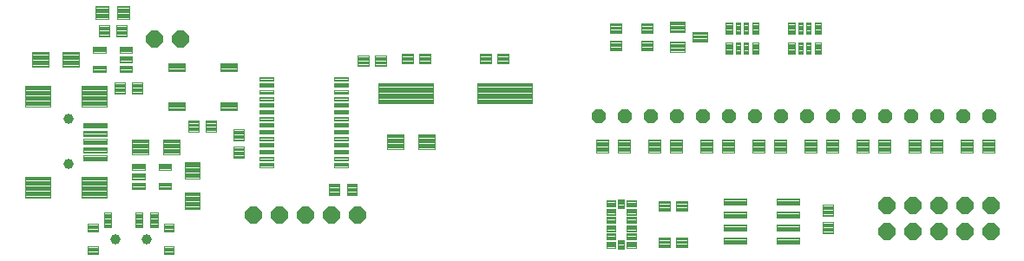
<source format=gts>
G75*
G70*
%OFA0B0*%
%FSLAX24Y24*%
%IPPOS*%
%LPD*%
%AMOC8*
5,1,8,0,0,1.08239X$1,22.5*
%
%ADD10C,0.0043*%
%ADD11C,0.0041*%
%ADD12C,0.0040*%
%ADD13C,0.0394*%
%ADD14OC8,0.0560*%
%ADD15C,0.0041*%
%ADD16C,0.0041*%
%ADD17OC8,0.0640*%
%ADD18C,0.0041*%
%ADD19C,0.0040*%
%ADD20C,0.0041*%
%ADD21C,0.0040*%
%ADD22C,0.0041*%
%ADD23C,0.0041*%
%ADD24C,0.0041*%
%ADD25C,0.0043*%
D10*
X013873Y007053D02*
X014265Y007053D01*
X014265Y006623D01*
X013873Y006623D01*
X013873Y007053D01*
X013873Y006665D02*
X014265Y006665D01*
X014265Y006707D02*
X013873Y006707D01*
X013873Y006749D02*
X014265Y006749D01*
X014265Y006791D02*
X013873Y006791D01*
X013873Y006833D02*
X014265Y006833D01*
X014265Y006875D02*
X013873Y006875D01*
X013873Y006917D02*
X014265Y006917D01*
X014265Y006959D02*
X013873Y006959D01*
X013873Y007001D02*
X014265Y007001D01*
X014265Y007043D02*
X013873Y007043D01*
X014543Y007053D02*
X014935Y007053D01*
X014935Y006623D01*
X014543Y006623D01*
X014543Y007053D01*
X014543Y006665D02*
X014935Y006665D01*
X014935Y006707D02*
X014543Y006707D01*
X014543Y006749D02*
X014935Y006749D01*
X014935Y006791D02*
X014543Y006791D01*
X014543Y006833D02*
X014935Y006833D01*
X014935Y006875D02*
X014543Y006875D01*
X014543Y006917D02*
X014935Y006917D01*
X014935Y006959D02*
X014543Y006959D01*
X014543Y007001D02*
X014935Y007001D01*
X014935Y007043D02*
X014543Y007043D01*
X010202Y008065D02*
X010202Y008495D01*
X010594Y008495D01*
X010594Y008065D01*
X010202Y008065D01*
X010202Y008107D02*
X010594Y008107D01*
X010594Y008149D02*
X010202Y008149D01*
X010202Y008191D02*
X010594Y008191D01*
X010594Y008233D02*
X010202Y008233D01*
X010202Y008275D02*
X010594Y008275D01*
X010594Y008317D02*
X010202Y008317D01*
X010202Y008359D02*
X010594Y008359D01*
X010594Y008401D02*
X010202Y008401D01*
X010202Y008443D02*
X010594Y008443D01*
X010594Y008485D02*
X010202Y008485D01*
X010202Y008734D02*
X010202Y009164D01*
X010594Y009164D01*
X010594Y008734D01*
X010202Y008734D01*
X010202Y008776D02*
X010594Y008776D01*
X010594Y008818D02*
X010202Y008818D01*
X010202Y008860D02*
X010594Y008860D01*
X010594Y008902D02*
X010202Y008902D01*
X010202Y008944D02*
X010594Y008944D01*
X010594Y008986D02*
X010202Y008986D01*
X010202Y009028D02*
X010594Y009028D01*
X010594Y009070D02*
X010202Y009070D01*
X010202Y009112D02*
X010594Y009112D01*
X010594Y009154D02*
X010202Y009154D01*
X009519Y009083D02*
X009127Y009083D01*
X009127Y009513D01*
X009519Y009513D01*
X009519Y009083D01*
X009519Y009125D02*
X009127Y009125D01*
X009127Y009167D02*
X009519Y009167D01*
X009519Y009209D02*
X009127Y009209D01*
X009127Y009251D02*
X009519Y009251D01*
X009519Y009293D02*
X009127Y009293D01*
X009127Y009335D02*
X009519Y009335D01*
X009519Y009377D02*
X009127Y009377D01*
X009127Y009419D02*
X009519Y009419D01*
X009519Y009461D02*
X009127Y009461D01*
X009127Y009503D02*
X009519Y009503D01*
X008850Y009083D02*
X008458Y009083D01*
X008458Y009513D01*
X008850Y009513D01*
X008850Y009083D01*
X008850Y009125D02*
X008458Y009125D01*
X008458Y009167D02*
X008850Y009167D01*
X008850Y009209D02*
X008458Y009209D01*
X008458Y009251D02*
X008850Y009251D01*
X008850Y009293D02*
X008458Y009293D01*
X008458Y009335D02*
X008850Y009335D01*
X008850Y009377D02*
X008458Y009377D01*
X008458Y009419D02*
X008850Y009419D01*
X008850Y009461D02*
X008458Y009461D01*
X008458Y009503D02*
X008850Y009503D01*
X006682Y010966D02*
X006290Y010966D01*
X006682Y010966D02*
X006682Y010536D01*
X006290Y010536D01*
X006290Y010966D01*
X006290Y010578D02*
X006682Y010578D01*
X006682Y010620D02*
X006290Y010620D01*
X006290Y010662D02*
X006682Y010662D01*
X006682Y010704D02*
X006290Y010704D01*
X006290Y010746D02*
X006682Y010746D01*
X006682Y010788D02*
X006290Y010788D01*
X006290Y010830D02*
X006682Y010830D01*
X006682Y010872D02*
X006290Y010872D01*
X006290Y010914D02*
X006682Y010914D01*
X006682Y010956D02*
X006290Y010956D01*
X006013Y010966D02*
X005621Y010966D01*
X006013Y010966D02*
X006013Y010536D01*
X005621Y010536D01*
X005621Y010966D01*
X005621Y010578D02*
X006013Y010578D01*
X006013Y010620D02*
X005621Y010620D01*
X005621Y010662D02*
X006013Y010662D01*
X006013Y010704D02*
X005621Y010704D01*
X005621Y010746D02*
X006013Y010746D01*
X006013Y010788D02*
X005621Y010788D01*
X005621Y010830D02*
X006013Y010830D01*
X006013Y010872D02*
X005621Y010872D01*
X005621Y010914D02*
X006013Y010914D01*
X006013Y010956D02*
X005621Y010956D01*
X005690Y012736D02*
X006082Y012736D01*
X005690Y012736D02*
X005690Y013166D01*
X006082Y013166D01*
X006082Y012736D01*
X006082Y012778D02*
X005690Y012778D01*
X005690Y012820D02*
X006082Y012820D01*
X006082Y012862D02*
X005690Y012862D01*
X005690Y012904D02*
X006082Y012904D01*
X006082Y012946D02*
X005690Y012946D01*
X005690Y012988D02*
X006082Y012988D01*
X006082Y013030D02*
X005690Y013030D01*
X005690Y013072D02*
X006082Y013072D01*
X006082Y013114D02*
X005690Y013114D01*
X005690Y013156D02*
X006082Y013156D01*
X005413Y012736D02*
X005021Y012736D01*
X005021Y013166D01*
X005413Y013166D01*
X005413Y012736D01*
X005413Y012778D02*
X005021Y012778D01*
X005021Y012820D02*
X005413Y012820D01*
X005413Y012862D02*
X005021Y012862D01*
X005021Y012904D02*
X005413Y012904D01*
X005413Y012946D02*
X005021Y012946D01*
X005021Y012988D02*
X005413Y012988D01*
X005413Y013030D02*
X005021Y013030D01*
X005021Y013072D02*
X005413Y013072D01*
X005413Y013114D02*
X005021Y013114D01*
X005021Y013156D02*
X005413Y013156D01*
X014965Y011608D02*
X015395Y011608D01*
X014965Y011608D02*
X014965Y012000D01*
X015395Y012000D01*
X015395Y011608D01*
X015395Y011650D02*
X014965Y011650D01*
X014965Y011692D02*
X015395Y011692D01*
X015395Y011734D02*
X014965Y011734D01*
X014965Y011776D02*
X015395Y011776D01*
X015395Y011818D02*
X014965Y011818D01*
X014965Y011860D02*
X015395Y011860D01*
X015395Y011902D02*
X014965Y011902D01*
X014965Y011944D02*
X015395Y011944D01*
X015395Y011986D02*
X014965Y011986D01*
X015634Y011608D02*
X016064Y011608D01*
X015634Y011608D02*
X015634Y012000D01*
X016064Y012000D01*
X016064Y011608D01*
X016064Y011650D02*
X015634Y011650D01*
X015634Y011692D02*
X016064Y011692D01*
X016064Y011734D02*
X015634Y011734D01*
X015634Y011776D02*
X016064Y011776D01*
X016064Y011818D02*
X015634Y011818D01*
X015634Y011860D02*
X016064Y011860D01*
X016064Y011902D02*
X015634Y011902D01*
X015634Y011944D02*
X016064Y011944D01*
X016064Y011986D02*
X015634Y011986D01*
X016654Y011692D02*
X017084Y011692D01*
X016654Y011692D02*
X016654Y012084D01*
X017084Y012084D01*
X017084Y011692D01*
X017084Y011734D02*
X016654Y011734D01*
X016654Y011776D02*
X017084Y011776D01*
X017084Y011818D02*
X016654Y011818D01*
X016654Y011860D02*
X017084Y011860D01*
X017084Y011902D02*
X016654Y011902D01*
X016654Y011944D02*
X017084Y011944D01*
X017084Y011986D02*
X016654Y011986D01*
X016654Y012028D02*
X017084Y012028D01*
X017084Y012070D02*
X016654Y012070D01*
X017324Y011692D02*
X017754Y011692D01*
X017324Y011692D02*
X017324Y012084D01*
X017754Y012084D01*
X017754Y011692D01*
X017754Y011734D02*
X017324Y011734D01*
X017324Y011776D02*
X017754Y011776D01*
X017754Y011818D02*
X017324Y011818D01*
X017324Y011860D02*
X017754Y011860D01*
X017754Y011902D02*
X017324Y011902D01*
X017324Y011944D02*
X017754Y011944D01*
X017754Y011986D02*
X017324Y011986D01*
X017324Y012028D02*
X017754Y012028D01*
X017754Y012070D02*
X017324Y012070D01*
X019654Y012084D02*
X020084Y012084D01*
X020084Y011692D01*
X019654Y011692D01*
X019654Y012084D01*
X019654Y011734D02*
X020084Y011734D01*
X020084Y011776D02*
X019654Y011776D01*
X019654Y011818D02*
X020084Y011818D01*
X020084Y011860D02*
X019654Y011860D01*
X019654Y011902D02*
X020084Y011902D01*
X020084Y011944D02*
X019654Y011944D01*
X019654Y011986D02*
X020084Y011986D01*
X020084Y012028D02*
X019654Y012028D01*
X019654Y012070D02*
X020084Y012070D01*
X020324Y012084D02*
X020754Y012084D01*
X020754Y011692D01*
X020324Y011692D01*
X020324Y012084D01*
X020324Y011734D02*
X020754Y011734D01*
X020754Y011776D02*
X020324Y011776D01*
X020324Y011818D02*
X020754Y011818D01*
X020754Y011860D02*
X020324Y011860D01*
X020324Y011902D02*
X020754Y011902D01*
X020754Y011944D02*
X020324Y011944D01*
X020324Y011986D02*
X020754Y011986D01*
X020754Y012028D02*
X020324Y012028D01*
X020324Y012070D02*
X020754Y012070D01*
X024663Y012189D02*
X024663Y012581D01*
X025093Y012581D01*
X025093Y012189D01*
X024663Y012189D01*
X024663Y012231D02*
X025093Y012231D01*
X025093Y012273D02*
X024663Y012273D01*
X024663Y012315D02*
X025093Y012315D01*
X025093Y012357D02*
X024663Y012357D01*
X024663Y012399D02*
X025093Y012399D01*
X025093Y012441D02*
X024663Y012441D01*
X024663Y012483D02*
X025093Y012483D01*
X025093Y012525D02*
X024663Y012525D01*
X024663Y012567D02*
X025093Y012567D01*
X025863Y012581D02*
X025863Y012189D01*
X025863Y012581D02*
X026293Y012581D01*
X026293Y012189D01*
X025863Y012189D01*
X025863Y012231D02*
X026293Y012231D01*
X026293Y012273D02*
X025863Y012273D01*
X025863Y012315D02*
X026293Y012315D01*
X026293Y012357D02*
X025863Y012357D01*
X025863Y012399D02*
X026293Y012399D01*
X026293Y012441D02*
X025863Y012441D01*
X025863Y012483D02*
X026293Y012483D01*
X026293Y012525D02*
X025863Y012525D01*
X025863Y012567D02*
X026293Y012567D01*
X026971Y012542D02*
X026971Y012150D01*
X026971Y012542D02*
X027519Y012542D01*
X027519Y012150D01*
X026971Y012150D01*
X026971Y012192D02*
X027519Y012192D01*
X027519Y012234D02*
X026971Y012234D01*
X026971Y012276D02*
X027519Y012276D01*
X027519Y012318D02*
X026971Y012318D01*
X026971Y012360D02*
X027519Y012360D01*
X027519Y012402D02*
X026971Y012402D01*
X026971Y012444D02*
X027519Y012444D01*
X027519Y012486D02*
X026971Y012486D01*
X026971Y012528D02*
X027519Y012528D01*
X027837Y012524D02*
X027837Y012916D01*
X028385Y012916D01*
X028385Y012524D01*
X027837Y012524D01*
X027837Y012566D02*
X028385Y012566D01*
X028385Y012608D02*
X027837Y012608D01*
X027837Y012650D02*
X028385Y012650D01*
X028385Y012692D02*
X027837Y012692D01*
X027837Y012734D02*
X028385Y012734D01*
X028385Y012776D02*
X027837Y012776D01*
X027837Y012818D02*
X028385Y012818D01*
X028385Y012860D02*
X027837Y012860D01*
X027837Y012902D02*
X028385Y012902D01*
X026971Y012898D02*
X026971Y013290D01*
X027519Y013290D01*
X027519Y012898D01*
X026971Y012898D01*
X026971Y012940D02*
X027519Y012940D01*
X027519Y012982D02*
X026971Y012982D01*
X026971Y013024D02*
X027519Y013024D01*
X027519Y013066D02*
X026971Y013066D01*
X026971Y013108D02*
X027519Y013108D01*
X027519Y013150D02*
X026971Y013150D01*
X026971Y013192D02*
X027519Y013192D01*
X027519Y013234D02*
X026971Y013234D01*
X026971Y013276D02*
X027519Y013276D01*
X025863Y013250D02*
X025863Y012858D01*
X025863Y013250D02*
X026293Y013250D01*
X026293Y012858D01*
X025863Y012858D01*
X025863Y012900D02*
X026293Y012900D01*
X026293Y012942D02*
X025863Y012942D01*
X025863Y012984D02*
X026293Y012984D01*
X026293Y013026D02*
X025863Y013026D01*
X025863Y013068D02*
X026293Y013068D01*
X026293Y013110D02*
X025863Y013110D01*
X025863Y013152D02*
X026293Y013152D01*
X026293Y013194D02*
X025863Y013194D01*
X025863Y013236D02*
X026293Y013236D01*
X024663Y013250D02*
X024663Y012858D01*
X024663Y013250D02*
X025093Y013250D01*
X025093Y012858D01*
X024663Y012858D01*
X024663Y012900D02*
X025093Y012900D01*
X025093Y012942D02*
X024663Y012942D01*
X024663Y012984D02*
X025093Y012984D01*
X025093Y013026D02*
X024663Y013026D01*
X024663Y013068D02*
X025093Y013068D01*
X025093Y013110D02*
X024663Y013110D01*
X024663Y013152D02*
X025093Y013152D01*
X025093Y013194D02*
X024663Y013194D01*
X024663Y013236D02*
X025093Y013236D01*
X026528Y006024D02*
X026958Y006024D01*
X026528Y006024D02*
X026528Y006416D01*
X026958Y006416D01*
X026958Y006024D01*
X026958Y006066D02*
X026528Y006066D01*
X026528Y006108D02*
X026958Y006108D01*
X026958Y006150D02*
X026528Y006150D01*
X026528Y006192D02*
X026958Y006192D01*
X026958Y006234D02*
X026528Y006234D01*
X026528Y006276D02*
X026958Y006276D01*
X026958Y006318D02*
X026528Y006318D01*
X026528Y006360D02*
X026958Y006360D01*
X026958Y006402D02*
X026528Y006402D01*
X027198Y006024D02*
X027628Y006024D01*
X027198Y006024D02*
X027198Y006416D01*
X027628Y006416D01*
X027628Y006024D01*
X027628Y006066D02*
X027198Y006066D01*
X027198Y006108D02*
X027628Y006108D01*
X027628Y006150D02*
X027198Y006150D01*
X027198Y006192D02*
X027628Y006192D01*
X027628Y006234D02*
X027198Y006234D01*
X027198Y006276D02*
X027628Y006276D01*
X027628Y006318D02*
X027198Y006318D01*
X027198Y006360D02*
X027628Y006360D01*
X027628Y006402D02*
X027198Y006402D01*
X027198Y004624D02*
X027628Y004624D01*
X027198Y004624D02*
X027198Y005016D01*
X027628Y005016D01*
X027628Y004624D01*
X027628Y004666D02*
X027198Y004666D01*
X027198Y004708D02*
X027628Y004708D01*
X027628Y004750D02*
X027198Y004750D01*
X027198Y004792D02*
X027628Y004792D01*
X027628Y004834D02*
X027198Y004834D01*
X027198Y004876D02*
X027628Y004876D01*
X027628Y004918D02*
X027198Y004918D01*
X027198Y004960D02*
X027628Y004960D01*
X027628Y005002D02*
X027198Y005002D01*
X026958Y004624D02*
X026528Y004624D01*
X026528Y005016D01*
X026958Y005016D01*
X026958Y004624D01*
X026958Y004666D02*
X026528Y004666D01*
X026528Y004708D02*
X026958Y004708D01*
X026958Y004750D02*
X026528Y004750D01*
X026528Y004792D02*
X026958Y004792D01*
X026958Y004834D02*
X026528Y004834D01*
X026528Y004876D02*
X026958Y004876D01*
X026958Y004918D02*
X026528Y004918D01*
X026528Y004960D02*
X026958Y004960D01*
X026958Y005002D02*
X026528Y005002D01*
X032832Y005170D02*
X032832Y005600D01*
X033224Y005600D01*
X033224Y005170D01*
X032832Y005170D01*
X032832Y005212D02*
X033224Y005212D01*
X033224Y005254D02*
X032832Y005254D01*
X032832Y005296D02*
X033224Y005296D01*
X033224Y005338D02*
X032832Y005338D01*
X032832Y005380D02*
X033224Y005380D01*
X033224Y005422D02*
X032832Y005422D01*
X032832Y005464D02*
X033224Y005464D01*
X033224Y005506D02*
X032832Y005506D01*
X032832Y005548D02*
X033224Y005548D01*
X033224Y005590D02*
X032832Y005590D01*
X032832Y005839D02*
X032832Y006269D01*
X033224Y006269D01*
X033224Y005839D01*
X032832Y005839D01*
X032832Y005881D02*
X033224Y005881D01*
X033224Y005923D02*
X032832Y005923D01*
X032832Y005965D02*
X033224Y005965D01*
X033224Y006007D02*
X032832Y006007D01*
X032832Y006049D02*
X033224Y006049D01*
X033224Y006091D02*
X032832Y006091D01*
X032832Y006133D02*
X033224Y006133D01*
X033224Y006175D02*
X032832Y006175D01*
X032832Y006217D02*
X033224Y006217D01*
X033224Y006259D02*
X032832Y006259D01*
D11*
X004346Y006543D02*
X004346Y007329D01*
X005330Y007329D01*
X005330Y006543D01*
X004346Y006543D01*
X004346Y006583D02*
X005330Y006583D01*
X005330Y006623D02*
X004346Y006623D01*
X004346Y006663D02*
X005330Y006663D01*
X005330Y006703D02*
X004346Y006703D01*
X004346Y006743D02*
X005330Y006743D01*
X005330Y006783D02*
X004346Y006783D01*
X004346Y006823D02*
X005330Y006823D01*
X005330Y006863D02*
X004346Y006863D01*
X004346Y006903D02*
X005330Y006903D01*
X005330Y006943D02*
X004346Y006943D01*
X004346Y006983D02*
X005330Y006983D01*
X005330Y007023D02*
X004346Y007023D01*
X004346Y007063D02*
X005330Y007063D01*
X005330Y007103D02*
X004346Y007103D01*
X004346Y007143D02*
X005330Y007143D01*
X005330Y007183D02*
X004346Y007183D01*
X004346Y007223D02*
X005330Y007223D01*
X005330Y007263D02*
X004346Y007263D01*
X004346Y007303D02*
X005330Y007303D01*
X002181Y007329D02*
X002181Y006543D01*
X002181Y007329D02*
X003165Y007329D01*
X003165Y006543D01*
X002181Y006543D01*
X002181Y006583D02*
X003165Y006583D01*
X003165Y006623D02*
X002181Y006623D01*
X002181Y006663D02*
X003165Y006663D01*
X003165Y006703D02*
X002181Y006703D01*
X002181Y006743D02*
X003165Y006743D01*
X003165Y006783D02*
X002181Y006783D01*
X002181Y006823D02*
X003165Y006823D01*
X003165Y006863D02*
X002181Y006863D01*
X002181Y006903D02*
X003165Y006903D01*
X003165Y006943D02*
X002181Y006943D01*
X002181Y006983D02*
X003165Y006983D01*
X003165Y007023D02*
X002181Y007023D01*
X002181Y007063D02*
X003165Y007063D01*
X003165Y007103D02*
X002181Y007103D01*
X002181Y007143D02*
X003165Y007143D01*
X003165Y007183D02*
X002181Y007183D01*
X002181Y007223D02*
X003165Y007223D01*
X003165Y007263D02*
X002181Y007263D01*
X002181Y007303D02*
X003165Y007303D01*
X002181Y010047D02*
X002181Y010833D01*
X003165Y010833D01*
X003165Y010047D01*
X002181Y010047D01*
X002181Y010087D02*
X003165Y010087D01*
X003165Y010127D02*
X002181Y010127D01*
X002181Y010167D02*
X003165Y010167D01*
X003165Y010207D02*
X002181Y010207D01*
X002181Y010247D02*
X003165Y010247D01*
X003165Y010287D02*
X002181Y010287D01*
X002181Y010327D02*
X003165Y010327D01*
X003165Y010367D02*
X002181Y010367D01*
X002181Y010407D02*
X003165Y010407D01*
X003165Y010447D02*
X002181Y010447D01*
X002181Y010487D02*
X003165Y010487D01*
X003165Y010527D02*
X002181Y010527D01*
X002181Y010567D02*
X003165Y010567D01*
X003165Y010607D02*
X002181Y010607D01*
X002181Y010647D02*
X003165Y010647D01*
X003165Y010687D02*
X002181Y010687D01*
X002181Y010727D02*
X003165Y010727D01*
X003165Y010767D02*
X002181Y010767D01*
X002181Y010807D02*
X003165Y010807D01*
X004346Y010833D02*
X004346Y010047D01*
X004346Y010833D02*
X005330Y010833D01*
X005330Y010047D01*
X004346Y010047D01*
X004346Y010087D02*
X005330Y010087D01*
X005330Y010127D02*
X004346Y010127D01*
X004346Y010167D02*
X005330Y010167D01*
X005330Y010207D02*
X004346Y010207D01*
X004346Y010247D02*
X005330Y010247D01*
X005330Y010287D02*
X004346Y010287D01*
X004346Y010327D02*
X005330Y010327D01*
X005330Y010367D02*
X004346Y010367D01*
X004346Y010407D02*
X005330Y010407D01*
X005330Y010447D02*
X004346Y010447D01*
X004346Y010487D02*
X005330Y010487D01*
X005330Y010527D02*
X004346Y010527D01*
X004346Y010567D02*
X005330Y010567D01*
X005330Y010607D02*
X004346Y010607D01*
X004346Y010647D02*
X005330Y010647D01*
X005330Y010687D02*
X004346Y010687D01*
X004346Y010727D02*
X005330Y010727D01*
X005330Y010767D02*
X004346Y010767D01*
X004346Y010807D02*
X005330Y010807D01*
D12*
X004425Y009416D02*
X004425Y009220D01*
X004425Y009416D02*
X005331Y009416D01*
X005331Y009220D01*
X004425Y009220D01*
X004425Y009259D02*
X005331Y009259D01*
X005331Y009298D02*
X004425Y009298D01*
X004425Y009337D02*
X005331Y009337D01*
X005331Y009376D02*
X004425Y009376D01*
X004425Y009415D02*
X005331Y009415D01*
X004425Y009101D02*
X004425Y008905D01*
X004425Y009101D02*
X005331Y009101D01*
X005331Y008905D01*
X004425Y008905D01*
X004425Y008944D02*
X005331Y008944D01*
X005331Y008983D02*
X004425Y008983D01*
X004425Y009022D02*
X005331Y009022D01*
X005331Y009061D02*
X004425Y009061D01*
X004425Y009100D02*
X005331Y009100D01*
X004425Y008786D02*
X004425Y008590D01*
X004425Y008786D02*
X005331Y008786D01*
X005331Y008590D01*
X004425Y008590D01*
X004425Y008629D02*
X005331Y008629D01*
X005331Y008668D02*
X004425Y008668D01*
X004425Y008707D02*
X005331Y008707D01*
X005331Y008746D02*
X004425Y008746D01*
X004425Y008785D02*
X005331Y008785D01*
X004425Y008471D02*
X004425Y008275D01*
X004425Y008471D02*
X005331Y008471D01*
X005331Y008275D01*
X004425Y008275D01*
X004425Y008314D02*
X005331Y008314D01*
X005331Y008353D02*
X004425Y008353D01*
X004425Y008392D02*
X005331Y008392D01*
X005331Y008431D02*
X004425Y008431D01*
X004425Y008470D02*
X005331Y008470D01*
X004425Y008156D02*
X004425Y007960D01*
X004425Y008156D02*
X005331Y008156D01*
X005331Y007960D01*
X004425Y007960D01*
X004425Y007999D02*
X005331Y007999D01*
X005331Y008038D02*
X004425Y008038D01*
X004425Y008077D02*
X005331Y008077D01*
X005331Y008116D02*
X004425Y008116D01*
X004425Y008155D02*
X005331Y008155D01*
D13*
X003854Y007822D03*
X003854Y009554D03*
X005661Y004951D03*
X006842Y004951D03*
D14*
X024228Y009670D03*
X025228Y009670D03*
X026228Y009670D03*
X027228Y009670D03*
X028228Y009670D03*
X029228Y009670D03*
X030228Y009670D03*
X031228Y009670D03*
X032228Y009670D03*
X033228Y009670D03*
X034228Y009670D03*
X035228Y009670D03*
X036228Y009670D03*
X037228Y009670D03*
X038228Y009670D03*
X039228Y009670D03*
D15*
X017909Y008963D02*
X017279Y008963D01*
X017909Y008963D02*
X017909Y008413D01*
X017279Y008413D01*
X017279Y008963D01*
X017279Y008453D02*
X017909Y008453D01*
X017909Y008493D02*
X017279Y008493D01*
X017279Y008533D02*
X017909Y008533D01*
X017909Y008573D02*
X017279Y008573D01*
X017279Y008613D02*
X017909Y008613D01*
X017909Y008653D02*
X017279Y008653D01*
X017279Y008693D02*
X017909Y008693D01*
X017909Y008733D02*
X017279Y008733D01*
X017279Y008773D02*
X017909Y008773D01*
X017909Y008813D02*
X017279Y008813D01*
X017279Y008853D02*
X017909Y008853D01*
X017909Y008893D02*
X017279Y008893D01*
X017279Y008933D02*
X017909Y008933D01*
X016728Y008413D02*
X016098Y008413D01*
X016098Y008963D01*
X016728Y008963D01*
X016728Y008413D01*
X016728Y008453D02*
X016098Y008453D01*
X016098Y008493D02*
X016728Y008493D01*
X016728Y008533D02*
X016098Y008533D01*
X016098Y008573D02*
X016728Y008573D01*
X016728Y008613D02*
X016098Y008613D01*
X016098Y008653D02*
X016728Y008653D01*
X016728Y008693D02*
X016098Y008693D01*
X016098Y008733D02*
X016728Y008733D01*
X016728Y008773D02*
X016098Y008773D01*
X016098Y008813D02*
X016728Y008813D01*
X016728Y008853D02*
X016098Y008853D01*
X016098Y008893D02*
X016728Y008893D01*
X016728Y008933D02*
X016098Y008933D01*
X008339Y007909D02*
X008339Y007279D01*
X008339Y007909D02*
X008889Y007909D01*
X008889Y007279D01*
X008339Y007279D01*
X008339Y007319D02*
X008889Y007319D01*
X008889Y007359D02*
X008339Y007359D01*
X008339Y007399D02*
X008889Y007399D01*
X008889Y007439D02*
X008339Y007439D01*
X008339Y007479D02*
X008889Y007479D01*
X008889Y007519D02*
X008339Y007519D01*
X008339Y007559D02*
X008889Y007559D01*
X008889Y007599D02*
X008339Y007599D01*
X008339Y007639D02*
X008889Y007639D01*
X008889Y007679D02*
X008339Y007679D01*
X008339Y007719D02*
X008889Y007719D01*
X008889Y007759D02*
X008339Y007759D01*
X008339Y007799D02*
X008889Y007799D01*
X008889Y007839D02*
X008339Y007839D01*
X008339Y007879D02*
X008889Y007879D01*
X008109Y008763D02*
X007479Y008763D01*
X008109Y008763D02*
X008109Y008213D01*
X007479Y008213D01*
X007479Y008763D01*
X007479Y008253D02*
X008109Y008253D01*
X008109Y008293D02*
X007479Y008293D01*
X007479Y008333D02*
X008109Y008333D01*
X008109Y008373D02*
X007479Y008373D01*
X007479Y008413D02*
X008109Y008413D01*
X008109Y008453D02*
X007479Y008453D01*
X007479Y008493D02*
X008109Y008493D01*
X008109Y008533D02*
X007479Y008533D01*
X007479Y008573D02*
X008109Y008573D01*
X008109Y008613D02*
X007479Y008613D01*
X007479Y008653D02*
X008109Y008653D01*
X008109Y008693D02*
X007479Y008693D01*
X007479Y008733D02*
X008109Y008733D01*
X006928Y008213D02*
X006298Y008213D01*
X006298Y008763D01*
X006928Y008763D01*
X006928Y008213D01*
X006928Y008253D02*
X006298Y008253D01*
X006298Y008293D02*
X006928Y008293D01*
X006928Y008333D02*
X006298Y008333D01*
X006298Y008373D02*
X006928Y008373D01*
X006928Y008413D02*
X006298Y008413D01*
X006298Y008453D02*
X006928Y008453D01*
X006928Y008493D02*
X006298Y008493D01*
X006298Y008533D02*
X006928Y008533D01*
X006928Y008573D02*
X006298Y008573D01*
X006298Y008613D02*
X006928Y008613D01*
X006928Y008653D02*
X006298Y008653D01*
X006298Y008693D02*
X006928Y008693D01*
X006928Y008733D02*
X006298Y008733D01*
X008889Y006728D02*
X008889Y006098D01*
X008339Y006098D01*
X008339Y006728D01*
X008889Y006728D01*
X008889Y006138D02*
X008339Y006138D01*
X008339Y006178D02*
X008889Y006178D01*
X008889Y006218D02*
X008339Y006218D01*
X008339Y006258D02*
X008889Y006258D01*
X008889Y006298D02*
X008339Y006298D01*
X008339Y006338D02*
X008889Y006338D01*
X008889Y006378D02*
X008339Y006378D01*
X008339Y006418D02*
X008889Y006418D01*
X008889Y006458D02*
X008339Y006458D01*
X008339Y006498D02*
X008889Y006498D01*
X008889Y006538D02*
X008339Y006538D01*
X008339Y006578D02*
X008889Y006578D01*
X008889Y006618D02*
X008339Y006618D01*
X008339Y006658D02*
X008889Y006658D01*
X008889Y006698D02*
X008339Y006698D01*
X004257Y012126D02*
X003627Y012126D01*
X004257Y012126D02*
X004257Y011576D01*
X003627Y011576D01*
X003627Y012126D01*
X003627Y011616D02*
X004257Y011616D01*
X004257Y011656D02*
X003627Y011656D01*
X003627Y011696D02*
X004257Y011696D01*
X004257Y011736D02*
X003627Y011736D01*
X003627Y011776D02*
X004257Y011776D01*
X004257Y011816D02*
X003627Y011816D01*
X003627Y011856D02*
X004257Y011856D01*
X004257Y011896D02*
X003627Y011896D01*
X003627Y011936D02*
X004257Y011936D01*
X004257Y011976D02*
X003627Y011976D01*
X003627Y012016D02*
X004257Y012016D01*
X004257Y012056D02*
X003627Y012056D01*
X003627Y012096D02*
X004257Y012096D01*
X003076Y011576D02*
X002446Y011576D01*
X002446Y012126D01*
X003076Y012126D01*
X003076Y011576D01*
X003076Y011616D02*
X002446Y011616D01*
X002446Y011656D02*
X003076Y011656D01*
X003076Y011696D02*
X002446Y011696D01*
X002446Y011736D02*
X003076Y011736D01*
X003076Y011776D02*
X002446Y011776D01*
X002446Y011816D02*
X003076Y011816D01*
X003076Y011856D02*
X002446Y011856D01*
X002446Y011896D02*
X003076Y011896D01*
X003076Y011936D02*
X002446Y011936D01*
X002446Y011976D02*
X003076Y011976D01*
X003076Y012016D02*
X002446Y012016D01*
X002446Y012056D02*
X003076Y012056D01*
X003076Y012096D02*
X002446Y012096D01*
D16*
X024507Y006425D02*
X024861Y006425D01*
X024861Y006189D01*
X024507Y006189D01*
X024507Y006425D01*
X024507Y006229D02*
X024861Y006229D01*
X024861Y006269D02*
X024507Y006269D01*
X024507Y006309D02*
X024861Y006309D01*
X024861Y006349D02*
X024507Y006349D01*
X024507Y006389D02*
X024861Y006389D01*
X024960Y006484D02*
X024960Y006130D01*
X024960Y006484D02*
X025196Y006484D01*
X025196Y006130D01*
X024960Y006130D01*
X024960Y006170D02*
X025196Y006170D01*
X025196Y006210D02*
X024960Y006210D01*
X024960Y006250D02*
X025196Y006250D01*
X025196Y006290D02*
X024960Y006290D01*
X024960Y006330D02*
X025196Y006330D01*
X025196Y006370D02*
X024960Y006370D01*
X024960Y006410D02*
X025196Y006410D01*
X025196Y006450D02*
X024960Y006450D01*
X025295Y006425D02*
X025649Y006425D01*
X025649Y006189D01*
X025295Y006189D01*
X025295Y006425D01*
X025295Y006229D02*
X025649Y006229D01*
X025649Y006269D02*
X025295Y006269D01*
X025295Y006309D02*
X025649Y006309D01*
X025649Y006349D02*
X025295Y006349D01*
X025295Y006389D02*
X025649Y006389D01*
X025649Y006110D02*
X025295Y006110D01*
X025649Y006110D02*
X025649Y005874D01*
X025295Y005874D01*
X025295Y006110D01*
X025295Y005914D02*
X025649Y005914D01*
X025649Y005954D02*
X025295Y005954D01*
X025295Y005994D02*
X025649Y005994D01*
X025649Y006034D02*
X025295Y006034D01*
X025295Y006074D02*
X025649Y006074D01*
X025649Y005795D02*
X025295Y005795D01*
X025649Y005795D02*
X025649Y005559D01*
X025295Y005559D01*
X025295Y005795D01*
X025295Y005599D02*
X025649Y005599D01*
X025649Y005639D02*
X025295Y005639D01*
X025295Y005679D02*
X025649Y005679D01*
X025649Y005719D02*
X025295Y005719D01*
X025295Y005759D02*
X025649Y005759D01*
X025649Y005480D02*
X025295Y005480D01*
X025649Y005480D02*
X025649Y005244D01*
X025295Y005244D01*
X025295Y005480D01*
X025295Y005284D02*
X025649Y005284D01*
X025649Y005324D02*
X025295Y005324D01*
X025295Y005364D02*
X025649Y005364D01*
X025649Y005404D02*
X025295Y005404D01*
X025295Y005444D02*
X025649Y005444D01*
X025649Y005165D02*
X025295Y005165D01*
X025649Y005165D02*
X025649Y004929D01*
X025295Y004929D01*
X025295Y005165D01*
X025295Y004969D02*
X025649Y004969D01*
X025649Y005009D02*
X025295Y005009D01*
X025295Y005049D02*
X025649Y005049D01*
X025649Y005089D02*
X025295Y005089D01*
X025295Y005129D02*
X025649Y005129D01*
X025649Y004850D02*
X025295Y004850D01*
X025649Y004850D02*
X025649Y004614D01*
X025295Y004614D01*
X025295Y004850D01*
X025295Y004654D02*
X025649Y004654D01*
X025649Y004694D02*
X025295Y004694D01*
X025295Y004734D02*
X025649Y004734D01*
X025649Y004774D02*
X025295Y004774D01*
X025295Y004814D02*
X025649Y004814D01*
X025196Y004909D02*
X025196Y004555D01*
X024960Y004555D01*
X024960Y004909D01*
X025196Y004909D01*
X025196Y004595D02*
X024960Y004595D01*
X024960Y004635D02*
X025196Y004635D01*
X025196Y004675D02*
X024960Y004675D01*
X024960Y004715D02*
X025196Y004715D01*
X025196Y004755D02*
X024960Y004755D01*
X024960Y004795D02*
X025196Y004795D01*
X025196Y004835D02*
X024960Y004835D01*
X024960Y004875D02*
X025196Y004875D01*
X024861Y004850D02*
X024507Y004850D01*
X024861Y004850D02*
X024861Y004614D01*
X024507Y004614D01*
X024507Y004850D01*
X024507Y004654D02*
X024861Y004654D01*
X024861Y004694D02*
X024507Y004694D01*
X024507Y004734D02*
X024861Y004734D01*
X024861Y004774D02*
X024507Y004774D01*
X024507Y004814D02*
X024861Y004814D01*
X024861Y005165D02*
X024507Y005165D01*
X024861Y005165D02*
X024861Y004929D01*
X024507Y004929D01*
X024507Y005165D01*
X024507Y004969D02*
X024861Y004969D01*
X024861Y005009D02*
X024507Y005009D01*
X024507Y005049D02*
X024861Y005049D01*
X024861Y005089D02*
X024507Y005089D01*
X024507Y005129D02*
X024861Y005129D01*
X024861Y005480D02*
X024507Y005480D01*
X024861Y005480D02*
X024861Y005244D01*
X024507Y005244D01*
X024507Y005480D01*
X024507Y005284D02*
X024861Y005284D01*
X024861Y005324D02*
X024507Y005324D01*
X024507Y005364D02*
X024861Y005364D01*
X024861Y005404D02*
X024507Y005404D01*
X024507Y005444D02*
X024861Y005444D01*
X024861Y005795D02*
X024507Y005795D01*
X024861Y005795D02*
X024861Y005559D01*
X024507Y005559D01*
X024507Y005795D01*
X024507Y005599D02*
X024861Y005599D01*
X024861Y005639D02*
X024507Y005639D01*
X024507Y005679D02*
X024861Y005679D01*
X024861Y005719D02*
X024507Y005719D01*
X024507Y005759D02*
X024861Y005759D01*
X024861Y006110D02*
X024507Y006110D01*
X024861Y006110D02*
X024861Y005874D01*
X024507Y005874D01*
X024507Y006110D01*
X024507Y005914D02*
X024861Y005914D01*
X024861Y005954D02*
X024507Y005954D01*
X024507Y005994D02*
X024861Y005994D01*
X024861Y006034D02*
X024507Y006034D01*
X024507Y006074D02*
X024861Y006074D01*
X029021Y005988D02*
X029021Y005752D01*
X029021Y005988D02*
X029887Y005988D01*
X029887Y005752D01*
X029021Y005752D01*
X029021Y005792D02*
X029887Y005792D01*
X029887Y005832D02*
X029021Y005832D01*
X029021Y005872D02*
X029887Y005872D01*
X029887Y005912D02*
X029021Y005912D01*
X029021Y005952D02*
X029887Y005952D01*
X029021Y006252D02*
X029021Y006488D01*
X029887Y006488D01*
X029887Y006252D01*
X029021Y006252D01*
X029021Y006292D02*
X029887Y006292D01*
X029887Y006332D02*
X029021Y006332D01*
X029021Y006372D02*
X029887Y006372D01*
X029887Y006412D02*
X029021Y006412D01*
X029021Y006452D02*
X029887Y006452D01*
X031069Y006488D02*
X031069Y006252D01*
X031069Y006488D02*
X031935Y006488D01*
X031935Y006252D01*
X031069Y006252D01*
X031069Y006292D02*
X031935Y006292D01*
X031935Y006332D02*
X031069Y006332D01*
X031069Y006372D02*
X031935Y006372D01*
X031935Y006412D02*
X031069Y006412D01*
X031069Y006452D02*
X031935Y006452D01*
X031069Y005988D02*
X031069Y005752D01*
X031069Y005988D02*
X031935Y005988D01*
X031935Y005752D01*
X031069Y005752D01*
X031069Y005792D02*
X031935Y005792D01*
X031935Y005832D02*
X031069Y005832D01*
X031069Y005872D02*
X031935Y005872D01*
X031935Y005912D02*
X031069Y005912D01*
X031069Y005952D02*
X031935Y005952D01*
X031069Y005488D02*
X031069Y005252D01*
X031069Y005488D02*
X031935Y005488D01*
X031935Y005252D01*
X031069Y005252D01*
X031069Y005292D02*
X031935Y005292D01*
X031935Y005332D02*
X031069Y005332D01*
X031069Y005372D02*
X031935Y005372D01*
X031935Y005412D02*
X031069Y005412D01*
X031069Y005452D02*
X031935Y005452D01*
X031069Y004988D02*
X031069Y004752D01*
X031069Y004988D02*
X031935Y004988D01*
X031935Y004752D01*
X031069Y004752D01*
X031069Y004792D02*
X031935Y004792D01*
X031935Y004832D02*
X031069Y004832D01*
X031069Y004872D02*
X031935Y004872D01*
X031935Y004912D02*
X031069Y004912D01*
X031069Y004952D02*
X031935Y004952D01*
X029021Y004988D02*
X029021Y004752D01*
X029021Y004988D02*
X029887Y004988D01*
X029887Y004752D01*
X029021Y004752D01*
X029021Y004792D02*
X029887Y004792D01*
X029887Y004832D02*
X029021Y004832D01*
X029021Y004872D02*
X029887Y004872D01*
X029887Y004912D02*
X029021Y004912D01*
X029021Y004952D02*
X029887Y004952D01*
X029021Y005252D02*
X029021Y005488D01*
X029887Y005488D01*
X029887Y005252D01*
X029021Y005252D01*
X029021Y005292D02*
X029887Y005292D01*
X029887Y005332D02*
X029021Y005332D01*
X029021Y005372D02*
X029887Y005372D01*
X029887Y005412D02*
X029021Y005412D01*
X029021Y005452D02*
X029887Y005452D01*
D17*
X035278Y005220D03*
X036278Y005220D03*
X037278Y005220D03*
X038278Y005220D03*
X039278Y005220D03*
X039278Y006220D03*
X038278Y006220D03*
X037278Y006220D03*
X036278Y006220D03*
X035278Y006220D03*
X014948Y005864D03*
X013948Y005864D03*
X012948Y005864D03*
X011948Y005864D03*
X010948Y005864D03*
X008151Y012651D03*
X007151Y012651D03*
D18*
X011724Y011180D02*
X011724Y011044D01*
X011174Y011044D01*
X011174Y011180D01*
X011724Y011180D01*
X011724Y011084D02*
X011174Y011084D01*
X011174Y011124D02*
X011724Y011124D01*
X011724Y011164D02*
X011174Y011164D01*
X011724Y010924D02*
X011724Y010788D01*
X011174Y010788D01*
X011174Y010924D01*
X011724Y010924D01*
X011724Y010828D02*
X011174Y010828D01*
X011174Y010868D02*
X011724Y010868D01*
X011724Y010908D02*
X011174Y010908D01*
X011724Y010668D02*
X011724Y010532D01*
X011174Y010532D01*
X011174Y010668D01*
X011724Y010668D01*
X011724Y010572D02*
X011174Y010572D01*
X011174Y010612D02*
X011724Y010612D01*
X011724Y010652D02*
X011174Y010652D01*
X011724Y010412D02*
X011724Y010276D01*
X011174Y010276D01*
X011174Y010412D01*
X011724Y010412D01*
X011724Y010316D02*
X011174Y010316D01*
X011174Y010356D02*
X011724Y010356D01*
X011724Y010396D02*
X011174Y010396D01*
X011724Y010156D02*
X011724Y010020D01*
X011174Y010020D01*
X011174Y010156D01*
X011724Y010156D01*
X011724Y010060D02*
X011174Y010060D01*
X011174Y010100D02*
X011724Y010100D01*
X011724Y010140D02*
X011174Y010140D01*
X011724Y009900D02*
X011724Y009764D01*
X011174Y009764D01*
X011174Y009900D01*
X011724Y009900D01*
X011724Y009804D02*
X011174Y009804D01*
X011174Y009844D02*
X011724Y009844D01*
X011724Y009884D02*
X011174Y009884D01*
X011724Y009644D02*
X011724Y009508D01*
X011174Y009508D01*
X011174Y009644D01*
X011724Y009644D01*
X011724Y009548D02*
X011174Y009548D01*
X011174Y009588D02*
X011724Y009588D01*
X011724Y009628D02*
X011174Y009628D01*
X011724Y009388D02*
X011724Y009252D01*
X011174Y009252D01*
X011174Y009388D01*
X011724Y009388D01*
X011724Y009292D02*
X011174Y009292D01*
X011174Y009332D02*
X011724Y009332D01*
X011724Y009372D02*
X011174Y009372D01*
X011724Y009133D02*
X011724Y008997D01*
X011174Y008997D01*
X011174Y009133D01*
X011724Y009133D01*
X011724Y009037D02*
X011174Y009037D01*
X011174Y009077D02*
X011724Y009077D01*
X011724Y009117D02*
X011174Y009117D01*
X011724Y008877D02*
X011724Y008741D01*
X011174Y008741D01*
X011174Y008877D01*
X011724Y008877D01*
X011724Y008781D02*
X011174Y008781D01*
X011174Y008821D02*
X011724Y008821D01*
X011724Y008861D02*
X011174Y008861D01*
X011724Y008621D02*
X011724Y008485D01*
X011174Y008485D01*
X011174Y008621D01*
X011724Y008621D01*
X011724Y008525D02*
X011174Y008525D01*
X011174Y008565D02*
X011724Y008565D01*
X011724Y008605D02*
X011174Y008605D01*
X011724Y008365D02*
X011724Y008229D01*
X011174Y008229D01*
X011174Y008365D01*
X011724Y008365D01*
X011724Y008269D02*
X011174Y008269D01*
X011174Y008309D02*
X011724Y008309D01*
X011724Y008349D02*
X011174Y008349D01*
X011724Y008109D02*
X011724Y007973D01*
X011174Y007973D01*
X011174Y008109D01*
X011724Y008109D01*
X011724Y008013D02*
X011174Y008013D01*
X011174Y008053D02*
X011724Y008053D01*
X011724Y008093D02*
X011174Y008093D01*
X011724Y007853D02*
X011724Y007717D01*
X011174Y007717D01*
X011174Y007853D01*
X011724Y007853D01*
X011724Y007757D02*
X011174Y007757D01*
X011174Y007797D02*
X011724Y007797D01*
X011724Y007837D02*
X011174Y007837D01*
X014603Y007853D02*
X014603Y007717D01*
X014053Y007717D01*
X014053Y007853D01*
X014603Y007853D01*
X014603Y007757D02*
X014053Y007757D01*
X014053Y007797D02*
X014603Y007797D01*
X014603Y007837D02*
X014053Y007837D01*
X014603Y007973D02*
X014603Y008109D01*
X014603Y007973D02*
X014053Y007973D01*
X014053Y008109D01*
X014603Y008109D01*
X014603Y008013D02*
X014053Y008013D01*
X014053Y008053D02*
X014603Y008053D01*
X014603Y008093D02*
X014053Y008093D01*
X014603Y008229D02*
X014603Y008365D01*
X014603Y008229D02*
X014053Y008229D01*
X014053Y008365D01*
X014603Y008365D01*
X014603Y008269D02*
X014053Y008269D01*
X014053Y008309D02*
X014603Y008309D01*
X014603Y008349D02*
X014053Y008349D01*
X014603Y008485D02*
X014603Y008621D01*
X014603Y008485D02*
X014053Y008485D01*
X014053Y008621D01*
X014603Y008621D01*
X014603Y008525D02*
X014053Y008525D01*
X014053Y008565D02*
X014603Y008565D01*
X014603Y008605D02*
X014053Y008605D01*
X014603Y008741D02*
X014603Y008877D01*
X014603Y008741D02*
X014053Y008741D01*
X014053Y008877D01*
X014603Y008877D01*
X014603Y008781D02*
X014053Y008781D01*
X014053Y008821D02*
X014603Y008821D01*
X014603Y008861D02*
X014053Y008861D01*
X014603Y008997D02*
X014603Y009133D01*
X014603Y008997D02*
X014053Y008997D01*
X014053Y009133D01*
X014603Y009133D01*
X014603Y009037D02*
X014053Y009037D01*
X014053Y009077D02*
X014603Y009077D01*
X014603Y009117D02*
X014053Y009117D01*
X014603Y009252D02*
X014603Y009388D01*
X014603Y009252D02*
X014053Y009252D01*
X014053Y009388D01*
X014603Y009388D01*
X014603Y009292D02*
X014053Y009292D01*
X014053Y009332D02*
X014603Y009332D01*
X014603Y009372D02*
X014053Y009372D01*
X014603Y009508D02*
X014603Y009644D01*
X014603Y009508D02*
X014053Y009508D01*
X014053Y009644D01*
X014603Y009644D01*
X014603Y009548D02*
X014053Y009548D01*
X014053Y009588D02*
X014603Y009588D01*
X014603Y009628D02*
X014053Y009628D01*
X014603Y009764D02*
X014603Y009900D01*
X014603Y009764D02*
X014053Y009764D01*
X014053Y009900D01*
X014603Y009900D01*
X014603Y009804D02*
X014053Y009804D01*
X014053Y009844D02*
X014603Y009844D01*
X014603Y009884D02*
X014053Y009884D01*
X014603Y010020D02*
X014603Y010156D01*
X014603Y010020D02*
X014053Y010020D01*
X014053Y010156D01*
X014603Y010156D01*
X014603Y010060D02*
X014053Y010060D01*
X014053Y010100D02*
X014603Y010100D01*
X014603Y010140D02*
X014053Y010140D01*
X014603Y010276D02*
X014603Y010412D01*
X014603Y010276D02*
X014053Y010276D01*
X014053Y010412D01*
X014603Y010412D01*
X014603Y010316D02*
X014053Y010316D01*
X014053Y010356D02*
X014603Y010356D01*
X014603Y010396D02*
X014053Y010396D01*
X014603Y010532D02*
X014603Y010668D01*
X014603Y010532D02*
X014053Y010532D01*
X014053Y010668D01*
X014603Y010668D01*
X014603Y010572D02*
X014053Y010572D01*
X014053Y010612D02*
X014603Y010612D01*
X014603Y010652D02*
X014053Y010652D01*
X014603Y010788D02*
X014603Y010924D01*
X014603Y010788D02*
X014053Y010788D01*
X014053Y010924D01*
X014603Y010924D01*
X014603Y010828D02*
X014053Y010828D01*
X014053Y010868D02*
X014603Y010868D01*
X014603Y010908D02*
X014053Y010908D01*
X014603Y011044D02*
X014603Y011180D01*
X014603Y011044D02*
X014053Y011044D01*
X014053Y011180D01*
X014603Y011180D01*
X014603Y011084D02*
X014053Y011084D01*
X014053Y011124D02*
X014603Y011124D01*
X014603Y011164D02*
X014053Y011164D01*
D19*
X015754Y010918D02*
X017854Y010918D01*
X017854Y010158D01*
X015754Y010158D01*
X015754Y010918D01*
X015754Y010197D02*
X017854Y010197D01*
X017854Y010236D02*
X015754Y010236D01*
X015754Y010275D02*
X017854Y010275D01*
X017854Y010314D02*
X015754Y010314D01*
X015754Y010353D02*
X017854Y010353D01*
X017854Y010392D02*
X015754Y010392D01*
X015754Y010431D02*
X017854Y010431D01*
X017854Y010470D02*
X015754Y010470D01*
X015754Y010509D02*
X017854Y010509D01*
X017854Y010548D02*
X015754Y010548D01*
X015754Y010587D02*
X017854Y010587D01*
X017854Y010626D02*
X015754Y010626D01*
X015754Y010665D02*
X017854Y010665D01*
X017854Y010704D02*
X015754Y010704D01*
X015754Y010743D02*
X017854Y010743D01*
X017854Y010782D02*
X015754Y010782D01*
X015754Y010821D02*
X017854Y010821D01*
X017854Y010860D02*
X015754Y010860D01*
X015754Y010899D02*
X017854Y010899D01*
X019554Y010918D02*
X021654Y010918D01*
X021654Y010158D01*
X019554Y010158D01*
X019554Y010918D01*
X019554Y010197D02*
X021654Y010197D01*
X021654Y010236D02*
X019554Y010236D01*
X019554Y010275D02*
X021654Y010275D01*
X021654Y010314D02*
X019554Y010314D01*
X019554Y010353D02*
X021654Y010353D01*
X021654Y010392D02*
X019554Y010392D01*
X019554Y010431D02*
X021654Y010431D01*
X021654Y010470D02*
X019554Y010470D01*
X019554Y010509D02*
X021654Y010509D01*
X021654Y010548D02*
X019554Y010548D01*
X019554Y010587D02*
X021654Y010587D01*
X021654Y010626D02*
X019554Y010626D01*
X019554Y010665D02*
X021654Y010665D01*
X021654Y010704D02*
X019554Y010704D01*
X019554Y010743D02*
X021654Y010743D01*
X021654Y010782D02*
X019554Y010782D01*
X019554Y010821D02*
X021654Y010821D01*
X021654Y010860D02*
X019554Y010860D01*
X019554Y010899D02*
X021654Y010899D01*
D20*
X029484Y012512D02*
X029656Y012512D01*
X029656Y012060D01*
X029484Y012060D01*
X029484Y012512D01*
X029484Y012100D02*
X029656Y012100D01*
X029656Y012140D02*
X029484Y012140D01*
X029484Y012180D02*
X029656Y012180D01*
X029656Y012220D02*
X029484Y012220D01*
X029484Y012260D02*
X029656Y012260D01*
X029656Y012300D02*
X029484Y012300D01*
X029484Y012340D02*
X029656Y012340D01*
X029656Y012380D02*
X029484Y012380D01*
X029484Y012420D02*
X029656Y012420D01*
X029656Y012460D02*
X029484Y012460D01*
X029484Y012500D02*
X029656Y012500D01*
X029799Y012512D02*
X029971Y012512D01*
X029971Y012060D01*
X029799Y012060D01*
X029799Y012512D01*
X029799Y012100D02*
X029971Y012100D01*
X029971Y012140D02*
X029799Y012140D01*
X029799Y012180D02*
X029971Y012180D01*
X029971Y012220D02*
X029799Y012220D01*
X029799Y012260D02*
X029971Y012260D01*
X029971Y012300D02*
X029799Y012300D01*
X029799Y012340D02*
X029971Y012340D01*
X029971Y012380D02*
X029799Y012380D01*
X029799Y012420D02*
X029971Y012420D01*
X029971Y012460D02*
X029799Y012460D01*
X029799Y012500D02*
X029971Y012500D01*
X029971Y013280D02*
X029799Y013280D01*
X029971Y013280D02*
X029971Y012828D01*
X029799Y012828D01*
X029799Y013280D01*
X029799Y012868D02*
X029971Y012868D01*
X029971Y012908D02*
X029799Y012908D01*
X029799Y012948D02*
X029971Y012948D01*
X029971Y012988D02*
X029799Y012988D01*
X029799Y013028D02*
X029971Y013028D01*
X029971Y013068D02*
X029799Y013068D01*
X029799Y013108D02*
X029971Y013108D01*
X029971Y013148D02*
X029799Y013148D01*
X029799Y013188D02*
X029971Y013188D01*
X029971Y013228D02*
X029799Y013228D01*
X029799Y013268D02*
X029971Y013268D01*
X029656Y013280D02*
X029484Y013280D01*
X029656Y013280D02*
X029656Y012828D01*
X029484Y012828D01*
X029484Y013280D01*
X029484Y012868D02*
X029656Y012868D01*
X029656Y012908D02*
X029484Y012908D01*
X029484Y012948D02*
X029656Y012948D01*
X029656Y012988D02*
X029484Y012988D01*
X029484Y013028D02*
X029656Y013028D01*
X029656Y013068D02*
X029484Y013068D01*
X029484Y013108D02*
X029656Y013108D01*
X029656Y013148D02*
X029484Y013148D01*
X029484Y013188D02*
X029656Y013188D01*
X029656Y013228D02*
X029484Y013228D01*
X029484Y013268D02*
X029656Y013268D01*
X031884Y013280D02*
X032056Y013280D01*
X032056Y012828D01*
X031884Y012828D01*
X031884Y013280D01*
X031884Y012868D02*
X032056Y012868D01*
X032056Y012908D02*
X031884Y012908D01*
X031884Y012948D02*
X032056Y012948D01*
X032056Y012988D02*
X031884Y012988D01*
X031884Y013028D02*
X032056Y013028D01*
X032056Y013068D02*
X031884Y013068D01*
X031884Y013108D02*
X032056Y013108D01*
X032056Y013148D02*
X031884Y013148D01*
X031884Y013188D02*
X032056Y013188D01*
X032056Y013228D02*
X031884Y013228D01*
X031884Y013268D02*
X032056Y013268D01*
X032199Y013280D02*
X032371Y013280D01*
X032371Y012828D01*
X032199Y012828D01*
X032199Y013280D01*
X032199Y012868D02*
X032371Y012868D01*
X032371Y012908D02*
X032199Y012908D01*
X032199Y012948D02*
X032371Y012948D01*
X032371Y012988D02*
X032199Y012988D01*
X032199Y013028D02*
X032371Y013028D01*
X032371Y013068D02*
X032199Y013068D01*
X032199Y013108D02*
X032371Y013108D01*
X032371Y013148D02*
X032199Y013148D01*
X032199Y013188D02*
X032371Y013188D01*
X032371Y013228D02*
X032199Y013228D01*
X032199Y013268D02*
X032371Y013268D01*
X032371Y012512D02*
X032199Y012512D01*
X032371Y012512D02*
X032371Y012060D01*
X032199Y012060D01*
X032199Y012512D01*
X032199Y012100D02*
X032371Y012100D01*
X032371Y012140D02*
X032199Y012140D01*
X032199Y012180D02*
X032371Y012180D01*
X032371Y012220D02*
X032199Y012220D01*
X032199Y012260D02*
X032371Y012260D01*
X032371Y012300D02*
X032199Y012300D01*
X032199Y012340D02*
X032371Y012340D01*
X032371Y012380D02*
X032199Y012380D01*
X032199Y012420D02*
X032371Y012420D01*
X032371Y012460D02*
X032199Y012460D01*
X032199Y012500D02*
X032371Y012500D01*
X032056Y012512D02*
X031884Y012512D01*
X032056Y012512D02*
X032056Y012060D01*
X031884Y012060D01*
X031884Y012512D01*
X031884Y012100D02*
X032056Y012100D01*
X032056Y012140D02*
X031884Y012140D01*
X031884Y012180D02*
X032056Y012180D01*
X032056Y012220D02*
X031884Y012220D01*
X031884Y012260D02*
X032056Y012260D01*
X032056Y012300D02*
X031884Y012300D01*
X031884Y012340D02*
X032056Y012340D01*
X032056Y012380D02*
X031884Y012380D01*
X031884Y012420D02*
X032056Y012420D01*
X032056Y012460D02*
X031884Y012460D01*
X031884Y012500D02*
X032056Y012500D01*
D21*
X031742Y012512D02*
X031494Y012512D01*
X031742Y012512D02*
X031742Y012060D01*
X031494Y012060D01*
X031494Y012512D01*
X031494Y012099D02*
X031742Y012099D01*
X031742Y012138D02*
X031494Y012138D01*
X031494Y012177D02*
X031742Y012177D01*
X031742Y012216D02*
X031494Y012216D01*
X031494Y012255D02*
X031742Y012255D01*
X031742Y012294D02*
X031494Y012294D01*
X031494Y012333D02*
X031742Y012333D01*
X031742Y012372D02*
X031494Y012372D01*
X031494Y012411D02*
X031742Y012411D01*
X031742Y012450D02*
X031494Y012450D01*
X031494Y012489D02*
X031742Y012489D01*
X032514Y012512D02*
X032762Y012512D01*
X032762Y012060D01*
X032514Y012060D01*
X032514Y012512D01*
X032514Y012099D02*
X032762Y012099D01*
X032762Y012138D02*
X032514Y012138D01*
X032514Y012177D02*
X032762Y012177D01*
X032762Y012216D02*
X032514Y012216D01*
X032514Y012255D02*
X032762Y012255D01*
X032762Y012294D02*
X032514Y012294D01*
X032514Y012333D02*
X032762Y012333D01*
X032762Y012372D02*
X032514Y012372D01*
X032514Y012411D02*
X032762Y012411D01*
X032762Y012450D02*
X032514Y012450D01*
X032514Y012489D02*
X032762Y012489D01*
X032762Y013280D02*
X032514Y013280D01*
X032762Y013280D02*
X032762Y012828D01*
X032514Y012828D01*
X032514Y013280D01*
X032514Y012867D02*
X032762Y012867D01*
X032762Y012906D02*
X032514Y012906D01*
X032514Y012945D02*
X032762Y012945D01*
X032762Y012984D02*
X032514Y012984D01*
X032514Y013023D02*
X032762Y013023D01*
X032762Y013062D02*
X032514Y013062D01*
X032514Y013101D02*
X032762Y013101D01*
X032762Y013140D02*
X032514Y013140D01*
X032514Y013179D02*
X032762Y013179D01*
X032762Y013218D02*
X032514Y013218D01*
X032514Y013257D02*
X032762Y013257D01*
X031742Y013280D02*
X031494Y013280D01*
X031742Y013280D02*
X031742Y012828D01*
X031494Y012828D01*
X031494Y013280D01*
X031494Y012867D02*
X031742Y012867D01*
X031742Y012906D02*
X031494Y012906D01*
X031494Y012945D02*
X031742Y012945D01*
X031742Y012984D02*
X031494Y012984D01*
X031494Y013023D02*
X031742Y013023D01*
X031742Y013062D02*
X031494Y013062D01*
X031494Y013101D02*
X031742Y013101D01*
X031742Y013140D02*
X031494Y013140D01*
X031494Y013179D02*
X031742Y013179D01*
X031742Y013218D02*
X031494Y013218D01*
X031494Y013257D02*
X031742Y013257D01*
X030362Y013280D02*
X030114Y013280D01*
X030362Y013280D02*
X030362Y012828D01*
X030114Y012828D01*
X030114Y013280D01*
X030114Y012867D02*
X030362Y012867D01*
X030362Y012906D02*
X030114Y012906D01*
X030114Y012945D02*
X030362Y012945D01*
X030362Y012984D02*
X030114Y012984D01*
X030114Y013023D02*
X030362Y013023D01*
X030362Y013062D02*
X030114Y013062D01*
X030114Y013101D02*
X030362Y013101D01*
X030362Y013140D02*
X030114Y013140D01*
X030114Y013179D02*
X030362Y013179D01*
X030362Y013218D02*
X030114Y013218D01*
X030114Y013257D02*
X030362Y013257D01*
X029342Y013280D02*
X029094Y013280D01*
X029342Y013280D02*
X029342Y012828D01*
X029094Y012828D01*
X029094Y013280D01*
X029094Y012867D02*
X029342Y012867D01*
X029342Y012906D02*
X029094Y012906D01*
X029094Y012945D02*
X029342Y012945D01*
X029342Y012984D02*
X029094Y012984D01*
X029094Y013023D02*
X029342Y013023D01*
X029342Y013062D02*
X029094Y013062D01*
X029094Y013101D02*
X029342Y013101D01*
X029342Y013140D02*
X029094Y013140D01*
X029094Y013179D02*
X029342Y013179D01*
X029342Y013218D02*
X029094Y013218D01*
X029094Y013257D02*
X029342Y013257D01*
X029342Y012512D02*
X029094Y012512D01*
X029342Y012512D02*
X029342Y012060D01*
X029094Y012060D01*
X029094Y012512D01*
X029094Y012099D02*
X029342Y012099D01*
X029342Y012138D02*
X029094Y012138D01*
X029094Y012177D02*
X029342Y012177D01*
X029342Y012216D02*
X029094Y012216D01*
X029094Y012255D02*
X029342Y012255D01*
X029342Y012294D02*
X029094Y012294D01*
X029094Y012333D02*
X029342Y012333D01*
X029342Y012372D02*
X029094Y012372D01*
X029094Y012411D02*
X029342Y012411D01*
X029342Y012450D02*
X029094Y012450D01*
X029094Y012489D02*
X029342Y012489D01*
X030114Y012512D02*
X030362Y012512D01*
X030362Y012060D01*
X030114Y012060D01*
X030114Y012512D01*
X030114Y012099D02*
X030362Y012099D01*
X030362Y012138D02*
X030114Y012138D01*
X030114Y012177D02*
X030362Y012177D01*
X030362Y012216D02*
X030114Y012216D01*
X030114Y012255D02*
X030362Y012255D01*
X030362Y012294D02*
X030114Y012294D01*
X030114Y012333D02*
X030362Y012333D01*
X030362Y012372D02*
X030114Y012372D01*
X030114Y012411D02*
X030362Y012411D01*
X030362Y012450D02*
X030114Y012450D01*
X030114Y012489D02*
X030362Y012489D01*
D22*
X030601Y008756D02*
X030601Y008284D01*
X030129Y008284D01*
X030129Y008756D01*
X030601Y008756D01*
X030601Y008324D02*
X030129Y008324D01*
X030129Y008364D02*
X030601Y008364D01*
X030601Y008404D02*
X030129Y008404D01*
X030129Y008444D02*
X030601Y008444D01*
X030601Y008484D02*
X030129Y008484D01*
X030129Y008524D02*
X030601Y008524D01*
X030601Y008564D02*
X030129Y008564D01*
X030129Y008604D02*
X030601Y008604D01*
X030601Y008644D02*
X030129Y008644D01*
X030129Y008684D02*
X030601Y008684D01*
X030601Y008724D02*
X030129Y008724D01*
X031427Y008756D02*
X031427Y008284D01*
X030955Y008284D01*
X030955Y008756D01*
X031427Y008756D01*
X031427Y008324D02*
X030955Y008324D01*
X030955Y008364D02*
X031427Y008364D01*
X031427Y008404D02*
X030955Y008404D01*
X030955Y008444D02*
X031427Y008444D01*
X031427Y008484D02*
X030955Y008484D01*
X030955Y008524D02*
X031427Y008524D01*
X031427Y008564D02*
X030955Y008564D01*
X030955Y008604D02*
X031427Y008604D01*
X031427Y008644D02*
X030955Y008644D01*
X030955Y008684D02*
X031427Y008684D01*
X031427Y008724D02*
X030955Y008724D01*
X032601Y008756D02*
X032601Y008284D01*
X032129Y008284D01*
X032129Y008756D01*
X032601Y008756D01*
X032601Y008324D02*
X032129Y008324D01*
X032129Y008364D02*
X032601Y008364D01*
X032601Y008404D02*
X032129Y008404D01*
X032129Y008444D02*
X032601Y008444D01*
X032601Y008484D02*
X032129Y008484D01*
X032129Y008524D02*
X032601Y008524D01*
X032601Y008564D02*
X032129Y008564D01*
X032129Y008604D02*
X032601Y008604D01*
X032601Y008644D02*
X032129Y008644D01*
X032129Y008684D02*
X032601Y008684D01*
X032601Y008724D02*
X032129Y008724D01*
X033427Y008756D02*
X033427Y008284D01*
X032955Y008284D01*
X032955Y008756D01*
X033427Y008756D01*
X033427Y008324D02*
X032955Y008324D01*
X032955Y008364D02*
X033427Y008364D01*
X033427Y008404D02*
X032955Y008404D01*
X032955Y008444D02*
X033427Y008444D01*
X033427Y008484D02*
X032955Y008484D01*
X032955Y008524D02*
X033427Y008524D01*
X033427Y008564D02*
X032955Y008564D01*
X032955Y008604D02*
X033427Y008604D01*
X033427Y008644D02*
X032955Y008644D01*
X032955Y008684D02*
X033427Y008684D01*
X033427Y008724D02*
X032955Y008724D01*
X034601Y008756D02*
X034601Y008284D01*
X034129Y008284D01*
X034129Y008756D01*
X034601Y008756D01*
X034601Y008324D02*
X034129Y008324D01*
X034129Y008364D02*
X034601Y008364D01*
X034601Y008404D02*
X034129Y008404D01*
X034129Y008444D02*
X034601Y008444D01*
X034601Y008484D02*
X034129Y008484D01*
X034129Y008524D02*
X034601Y008524D01*
X034601Y008564D02*
X034129Y008564D01*
X034129Y008604D02*
X034601Y008604D01*
X034601Y008644D02*
X034129Y008644D01*
X034129Y008684D02*
X034601Y008684D01*
X034601Y008724D02*
X034129Y008724D01*
X035427Y008756D02*
X035427Y008284D01*
X034955Y008284D01*
X034955Y008756D01*
X035427Y008756D01*
X035427Y008324D02*
X034955Y008324D01*
X034955Y008364D02*
X035427Y008364D01*
X035427Y008404D02*
X034955Y008404D01*
X034955Y008444D02*
X035427Y008444D01*
X035427Y008484D02*
X034955Y008484D01*
X034955Y008524D02*
X035427Y008524D01*
X035427Y008564D02*
X034955Y008564D01*
X034955Y008604D02*
X035427Y008604D01*
X035427Y008644D02*
X034955Y008644D01*
X034955Y008684D02*
X035427Y008684D01*
X035427Y008724D02*
X034955Y008724D01*
X036601Y008756D02*
X036601Y008284D01*
X036129Y008284D01*
X036129Y008756D01*
X036601Y008756D01*
X036601Y008324D02*
X036129Y008324D01*
X036129Y008364D02*
X036601Y008364D01*
X036601Y008404D02*
X036129Y008404D01*
X036129Y008444D02*
X036601Y008444D01*
X036601Y008484D02*
X036129Y008484D01*
X036129Y008524D02*
X036601Y008524D01*
X036601Y008564D02*
X036129Y008564D01*
X036129Y008604D02*
X036601Y008604D01*
X036601Y008644D02*
X036129Y008644D01*
X036129Y008684D02*
X036601Y008684D01*
X036601Y008724D02*
X036129Y008724D01*
X037427Y008756D02*
X037427Y008284D01*
X036955Y008284D01*
X036955Y008756D01*
X037427Y008756D01*
X037427Y008324D02*
X036955Y008324D01*
X036955Y008364D02*
X037427Y008364D01*
X037427Y008404D02*
X036955Y008404D01*
X036955Y008444D02*
X037427Y008444D01*
X037427Y008484D02*
X036955Y008484D01*
X036955Y008524D02*
X037427Y008524D01*
X037427Y008564D02*
X036955Y008564D01*
X036955Y008604D02*
X037427Y008604D01*
X037427Y008644D02*
X036955Y008644D01*
X036955Y008684D02*
X037427Y008684D01*
X037427Y008724D02*
X036955Y008724D01*
X038601Y008756D02*
X038601Y008284D01*
X038129Y008284D01*
X038129Y008756D01*
X038601Y008756D01*
X038601Y008324D02*
X038129Y008324D01*
X038129Y008364D02*
X038601Y008364D01*
X038601Y008404D02*
X038129Y008404D01*
X038129Y008444D02*
X038601Y008444D01*
X038601Y008484D02*
X038129Y008484D01*
X038129Y008524D02*
X038601Y008524D01*
X038601Y008564D02*
X038129Y008564D01*
X038129Y008604D02*
X038601Y008604D01*
X038601Y008644D02*
X038129Y008644D01*
X038129Y008684D02*
X038601Y008684D01*
X038601Y008724D02*
X038129Y008724D01*
X039427Y008756D02*
X039427Y008284D01*
X038955Y008284D01*
X038955Y008756D01*
X039427Y008756D01*
X039427Y008324D02*
X038955Y008324D01*
X038955Y008364D02*
X039427Y008364D01*
X039427Y008404D02*
X038955Y008404D01*
X038955Y008444D02*
X039427Y008444D01*
X039427Y008484D02*
X038955Y008484D01*
X038955Y008524D02*
X039427Y008524D01*
X039427Y008564D02*
X038955Y008564D01*
X038955Y008604D02*
X039427Y008604D01*
X039427Y008644D02*
X038955Y008644D01*
X038955Y008684D02*
X039427Y008684D01*
X039427Y008724D02*
X038955Y008724D01*
X029427Y008756D02*
X029427Y008284D01*
X028955Y008284D01*
X028955Y008756D01*
X029427Y008756D01*
X029427Y008324D02*
X028955Y008324D01*
X028955Y008364D02*
X029427Y008364D01*
X029427Y008404D02*
X028955Y008404D01*
X028955Y008444D02*
X029427Y008444D01*
X029427Y008484D02*
X028955Y008484D01*
X028955Y008524D02*
X029427Y008524D01*
X029427Y008564D02*
X028955Y008564D01*
X028955Y008604D02*
X029427Y008604D01*
X029427Y008644D02*
X028955Y008644D01*
X028955Y008684D02*
X029427Y008684D01*
X029427Y008724D02*
X028955Y008724D01*
X028601Y008756D02*
X028601Y008284D01*
X028129Y008284D01*
X028129Y008756D01*
X028601Y008756D01*
X028601Y008324D02*
X028129Y008324D01*
X028129Y008364D02*
X028601Y008364D01*
X028601Y008404D02*
X028129Y008404D01*
X028129Y008444D02*
X028601Y008444D01*
X028601Y008484D02*
X028129Y008484D01*
X028129Y008524D02*
X028601Y008524D01*
X028601Y008564D02*
X028129Y008564D01*
X028129Y008604D02*
X028601Y008604D01*
X028601Y008644D02*
X028129Y008644D01*
X028129Y008684D02*
X028601Y008684D01*
X028601Y008724D02*
X028129Y008724D01*
X027427Y008756D02*
X027427Y008284D01*
X026955Y008284D01*
X026955Y008756D01*
X027427Y008756D01*
X027427Y008324D02*
X026955Y008324D01*
X026955Y008364D02*
X027427Y008364D01*
X027427Y008404D02*
X026955Y008404D01*
X026955Y008444D02*
X027427Y008444D01*
X027427Y008484D02*
X026955Y008484D01*
X026955Y008524D02*
X027427Y008524D01*
X027427Y008564D02*
X026955Y008564D01*
X026955Y008604D02*
X027427Y008604D01*
X027427Y008644D02*
X026955Y008644D01*
X026955Y008684D02*
X027427Y008684D01*
X027427Y008724D02*
X026955Y008724D01*
X026601Y008756D02*
X026601Y008284D01*
X026129Y008284D01*
X026129Y008756D01*
X026601Y008756D01*
X026601Y008324D02*
X026129Y008324D01*
X026129Y008364D02*
X026601Y008364D01*
X026601Y008404D02*
X026129Y008404D01*
X026129Y008444D02*
X026601Y008444D01*
X026601Y008484D02*
X026129Y008484D01*
X026129Y008524D02*
X026601Y008524D01*
X026601Y008564D02*
X026129Y008564D01*
X026129Y008604D02*
X026601Y008604D01*
X026601Y008644D02*
X026129Y008644D01*
X026129Y008684D02*
X026601Y008684D01*
X026601Y008724D02*
X026129Y008724D01*
X025427Y008756D02*
X025427Y008284D01*
X024955Y008284D01*
X024955Y008756D01*
X025427Y008756D01*
X025427Y008324D02*
X024955Y008324D01*
X024955Y008364D02*
X025427Y008364D01*
X025427Y008404D02*
X024955Y008404D01*
X024955Y008444D02*
X025427Y008444D01*
X025427Y008484D02*
X024955Y008484D01*
X024955Y008524D02*
X025427Y008524D01*
X025427Y008564D02*
X024955Y008564D01*
X024955Y008604D02*
X025427Y008604D01*
X025427Y008644D02*
X024955Y008644D01*
X024955Y008684D02*
X025427Y008684D01*
X025427Y008724D02*
X024955Y008724D01*
X024601Y008756D02*
X024601Y008284D01*
X024129Y008284D01*
X024129Y008756D01*
X024601Y008756D01*
X024601Y008324D02*
X024129Y008324D01*
X024129Y008364D02*
X024601Y008364D01*
X024601Y008404D02*
X024129Y008404D01*
X024129Y008444D02*
X024601Y008444D01*
X024601Y008484D02*
X024129Y008484D01*
X024129Y008524D02*
X024601Y008524D01*
X024601Y008564D02*
X024129Y008564D01*
X024129Y008604D02*
X024601Y008604D01*
X024601Y008644D02*
X024129Y008644D01*
X024129Y008684D02*
X024601Y008684D01*
X024601Y008724D02*
X024129Y008724D01*
X005729Y013415D02*
X005729Y013887D01*
X006201Y013887D01*
X006201Y013415D01*
X005729Y013415D01*
X005729Y013455D02*
X006201Y013455D01*
X006201Y013495D02*
X005729Y013495D01*
X005729Y013535D02*
X006201Y013535D01*
X006201Y013575D02*
X005729Y013575D01*
X005729Y013615D02*
X006201Y013615D01*
X006201Y013655D02*
X005729Y013655D01*
X005729Y013695D02*
X006201Y013695D01*
X006201Y013735D02*
X005729Y013735D01*
X005729Y013775D02*
X006201Y013775D01*
X006201Y013815D02*
X005729Y013815D01*
X005729Y013855D02*
X006201Y013855D01*
X004902Y013887D02*
X004902Y013415D01*
X004902Y013887D02*
X005374Y013887D01*
X005374Y013415D01*
X004902Y013415D01*
X004902Y013455D02*
X005374Y013455D01*
X005374Y013495D02*
X004902Y013495D01*
X004902Y013535D02*
X005374Y013535D01*
X005374Y013575D02*
X004902Y013575D01*
X004902Y013615D02*
X005374Y013615D01*
X005374Y013655D02*
X004902Y013655D01*
X004902Y013695D02*
X005374Y013695D01*
X005374Y013735D02*
X004902Y013735D01*
X004902Y013775D02*
X005374Y013775D01*
X005374Y013815D02*
X004902Y013815D01*
X004902Y013855D02*
X005374Y013855D01*
D23*
X008339Y011704D02*
X008339Y011404D01*
X007689Y011404D01*
X007689Y011704D01*
X008339Y011704D01*
X008339Y011444D02*
X007689Y011444D01*
X007689Y011484D02*
X008339Y011484D01*
X008339Y011524D02*
X007689Y011524D01*
X007689Y011564D02*
X008339Y011564D01*
X008339Y011604D02*
X007689Y011604D01*
X007689Y011644D02*
X008339Y011644D01*
X008339Y011684D02*
X007689Y011684D01*
X010339Y011704D02*
X010339Y011404D01*
X009689Y011404D01*
X009689Y011704D01*
X010339Y011704D01*
X010339Y011444D02*
X009689Y011444D01*
X009689Y011484D02*
X010339Y011484D01*
X010339Y011524D02*
X009689Y011524D01*
X009689Y011564D02*
X010339Y011564D01*
X010339Y011604D02*
X009689Y011604D01*
X009689Y011644D02*
X010339Y011644D01*
X010339Y011684D02*
X009689Y011684D01*
X010339Y010204D02*
X010339Y009904D01*
X009689Y009904D01*
X009689Y010204D01*
X010339Y010204D01*
X010339Y009944D02*
X009689Y009944D01*
X009689Y009984D02*
X010339Y009984D01*
X010339Y010024D02*
X009689Y010024D01*
X009689Y010064D02*
X010339Y010064D01*
X010339Y010104D02*
X009689Y010104D01*
X009689Y010144D02*
X010339Y010144D01*
X010339Y010184D02*
X009689Y010184D01*
X008339Y010204D02*
X008339Y009904D01*
X007689Y009904D01*
X007689Y010204D01*
X008339Y010204D01*
X008339Y009944D02*
X007689Y009944D01*
X007689Y009984D02*
X008339Y009984D01*
X008339Y010024D02*
X007689Y010024D01*
X007689Y010064D02*
X008339Y010064D01*
X008339Y010104D02*
X007689Y010104D01*
X007689Y010144D02*
X008339Y010144D01*
X008339Y010184D02*
X007689Y010184D01*
D24*
X006299Y011369D02*
X006299Y011585D01*
X006299Y011369D02*
X005827Y011369D01*
X005827Y011585D01*
X006299Y011585D01*
X006299Y011409D02*
X005827Y011409D01*
X005827Y011449D02*
X006299Y011449D01*
X006299Y011489D02*
X005827Y011489D01*
X005827Y011529D02*
X006299Y011529D01*
X006299Y011569D02*
X005827Y011569D01*
X006299Y011743D02*
X006299Y011959D01*
X006299Y011743D02*
X005827Y011743D01*
X005827Y011959D01*
X006299Y011959D01*
X006299Y011783D02*
X005827Y011783D01*
X005827Y011823D02*
X006299Y011823D01*
X006299Y011863D02*
X005827Y011863D01*
X005827Y011903D02*
X006299Y011903D01*
X006299Y011943D02*
X005827Y011943D01*
X006299Y012117D02*
X006299Y012333D01*
X006299Y012117D02*
X005827Y012117D01*
X005827Y012333D01*
X006299Y012333D01*
X006299Y012157D02*
X005827Y012157D01*
X005827Y012197D02*
X006299Y012197D01*
X006299Y012237D02*
X005827Y012237D01*
X005827Y012277D02*
X006299Y012277D01*
X006299Y012317D02*
X005827Y012317D01*
X005275Y012333D02*
X005275Y012117D01*
X004803Y012117D01*
X004803Y012333D01*
X005275Y012333D01*
X005275Y012157D02*
X004803Y012157D01*
X004803Y012197D02*
X005275Y012197D01*
X005275Y012237D02*
X004803Y012237D01*
X004803Y012277D02*
X005275Y012277D01*
X005275Y012317D02*
X004803Y012317D01*
X005275Y011585D02*
X005275Y011369D01*
X004803Y011369D01*
X004803Y011585D01*
X005275Y011585D01*
X005275Y011409D02*
X004803Y011409D01*
X004803Y011449D02*
X005275Y011449D01*
X005275Y011489D02*
X004803Y011489D01*
X004803Y011529D02*
X005275Y011529D01*
X005275Y011569D02*
X004803Y011569D01*
X006303Y007833D02*
X006303Y007617D01*
X006303Y007833D02*
X006775Y007833D01*
X006775Y007617D01*
X006303Y007617D01*
X006303Y007657D02*
X006775Y007657D01*
X006775Y007697D02*
X006303Y007697D01*
X006303Y007737D02*
X006775Y007737D01*
X006775Y007777D02*
X006303Y007777D01*
X006303Y007817D02*
X006775Y007817D01*
X007327Y007833D02*
X007327Y007617D01*
X007327Y007833D02*
X007799Y007833D01*
X007799Y007617D01*
X007327Y007617D01*
X007327Y007657D02*
X007799Y007657D01*
X007799Y007697D02*
X007327Y007697D01*
X007327Y007737D02*
X007799Y007737D01*
X007799Y007777D02*
X007327Y007777D01*
X007327Y007817D02*
X007799Y007817D01*
X006303Y007459D02*
X006303Y007243D01*
X006303Y007459D02*
X006775Y007459D01*
X006775Y007243D01*
X006303Y007243D01*
X006303Y007283D02*
X006775Y007283D01*
X006775Y007323D02*
X006303Y007323D01*
X006303Y007363D02*
X006775Y007363D01*
X006775Y007403D02*
X006303Y007403D01*
X006303Y007443D02*
X006775Y007443D01*
X006303Y007085D02*
X006303Y006869D01*
X006303Y007085D02*
X006775Y007085D01*
X006775Y006869D01*
X006303Y006869D01*
X006303Y006909D02*
X006775Y006909D01*
X006775Y006949D02*
X006303Y006949D01*
X006303Y006989D02*
X006775Y006989D01*
X006775Y007029D02*
X006303Y007029D01*
X006303Y007069D02*
X006775Y007069D01*
X007327Y007085D02*
X007327Y006869D01*
X007327Y007085D02*
X007799Y007085D01*
X007799Y006869D01*
X007327Y006869D01*
X007327Y006909D02*
X007799Y006909D01*
X007799Y006949D02*
X007327Y006949D01*
X007327Y006989D02*
X007799Y006989D01*
X007799Y007029D02*
X007327Y007029D01*
X007327Y007069D02*
X007799Y007069D01*
X007275Y005394D02*
X006999Y005394D01*
X006999Y005984D01*
X007275Y005984D01*
X007275Y005394D01*
X007275Y005434D02*
X006999Y005434D01*
X006999Y005474D02*
X007275Y005474D01*
X007275Y005514D02*
X006999Y005514D01*
X006999Y005554D02*
X007275Y005554D01*
X007275Y005594D02*
X006999Y005594D01*
X006999Y005634D02*
X007275Y005634D01*
X007275Y005674D02*
X006999Y005674D01*
X006999Y005714D02*
X007275Y005714D01*
X007275Y005754D02*
X006999Y005754D01*
X006999Y005794D02*
X007275Y005794D01*
X007275Y005834D02*
X006999Y005834D01*
X006999Y005874D02*
X007275Y005874D01*
X007275Y005914D02*
X006999Y005914D01*
X006999Y005954D02*
X007275Y005954D01*
X006684Y005394D02*
X006408Y005394D01*
X006408Y005984D01*
X006684Y005984D01*
X006684Y005394D01*
X006684Y005434D02*
X006408Y005434D01*
X006408Y005474D02*
X006684Y005474D01*
X006684Y005514D02*
X006408Y005514D01*
X006408Y005554D02*
X006684Y005554D01*
X006684Y005594D02*
X006408Y005594D01*
X006408Y005634D02*
X006684Y005634D01*
X006684Y005674D02*
X006408Y005674D01*
X006408Y005714D02*
X006684Y005714D01*
X006684Y005754D02*
X006408Y005754D01*
X006408Y005794D02*
X006684Y005794D01*
X006684Y005834D02*
X006408Y005834D01*
X006408Y005874D02*
X006684Y005874D01*
X006684Y005914D02*
X006408Y005914D01*
X006408Y005954D02*
X006684Y005954D01*
X005503Y005394D02*
X005227Y005394D01*
X005227Y005984D01*
X005503Y005984D01*
X005503Y005394D01*
X005503Y005434D02*
X005227Y005434D01*
X005227Y005474D02*
X005503Y005474D01*
X005503Y005514D02*
X005227Y005514D01*
X005227Y005554D02*
X005503Y005554D01*
X005503Y005594D02*
X005227Y005594D01*
X005227Y005634D02*
X005503Y005634D01*
X005503Y005674D02*
X005227Y005674D01*
X005227Y005714D02*
X005503Y005714D01*
X005503Y005754D02*
X005227Y005754D01*
X005227Y005794D02*
X005503Y005794D01*
X005503Y005834D02*
X005227Y005834D01*
X005227Y005874D02*
X005503Y005874D01*
X005503Y005914D02*
X005227Y005914D01*
X005227Y005954D02*
X005503Y005954D01*
D25*
X004990Y004362D02*
X004598Y004362D01*
X004598Y004674D01*
X004990Y004674D01*
X004990Y004362D01*
X004990Y004404D02*
X004598Y004404D01*
X004598Y004446D02*
X004990Y004446D01*
X004990Y004488D02*
X004598Y004488D01*
X004598Y004530D02*
X004990Y004530D01*
X004990Y004572D02*
X004598Y004572D01*
X004598Y004614D02*
X004990Y004614D01*
X004990Y004656D02*
X004598Y004656D01*
X004598Y005228D02*
X004990Y005228D01*
X004598Y005228D02*
X004598Y005540D01*
X004990Y005540D01*
X004990Y005228D01*
X004990Y005270D02*
X004598Y005270D01*
X004598Y005312D02*
X004990Y005312D01*
X004990Y005354D02*
X004598Y005354D01*
X004598Y005396D02*
X004990Y005396D01*
X004990Y005438D02*
X004598Y005438D01*
X004598Y005480D02*
X004990Y005480D01*
X004990Y005522D02*
X004598Y005522D01*
X007512Y005228D02*
X007904Y005228D01*
X007512Y005228D02*
X007512Y005540D01*
X007904Y005540D01*
X007904Y005228D01*
X007904Y005270D02*
X007512Y005270D01*
X007512Y005312D02*
X007904Y005312D01*
X007904Y005354D02*
X007512Y005354D01*
X007512Y005396D02*
X007904Y005396D01*
X007904Y005438D02*
X007512Y005438D01*
X007512Y005480D02*
X007904Y005480D01*
X007904Y005522D02*
X007512Y005522D01*
X007512Y004362D02*
X007904Y004362D01*
X007512Y004362D02*
X007512Y004674D01*
X007904Y004674D01*
X007904Y004362D01*
X007904Y004404D02*
X007512Y004404D01*
X007512Y004446D02*
X007904Y004446D01*
X007904Y004488D02*
X007512Y004488D01*
X007512Y004530D02*
X007904Y004530D01*
X007904Y004572D02*
X007512Y004572D01*
X007512Y004614D02*
X007904Y004614D01*
X007904Y004656D02*
X007512Y004656D01*
M02*

</source>
